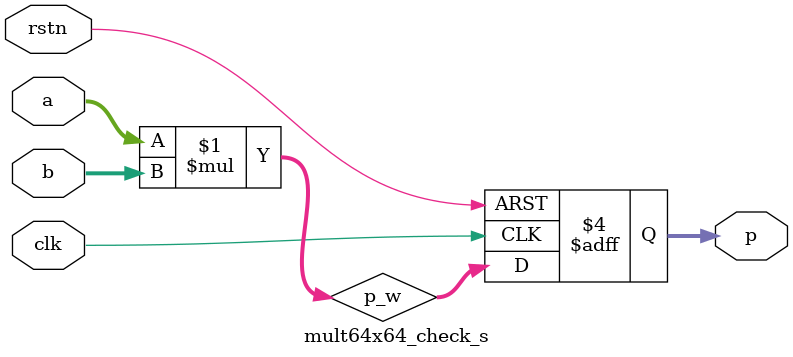
<source format=v>
module mult64x64_check_s(clk, rstn, a, b, p);
input         clk, rstn;
input  signed [63:0] a, b;
output signed [127:0] p;

wire [127:0] p_w;
assign p_w = a * b;

reg [127:0] p;
always@(posedge clk or negedge rstn)
	if(!rstn) p <= 0;
	else      p <= p_w;

endmodule
</source>
